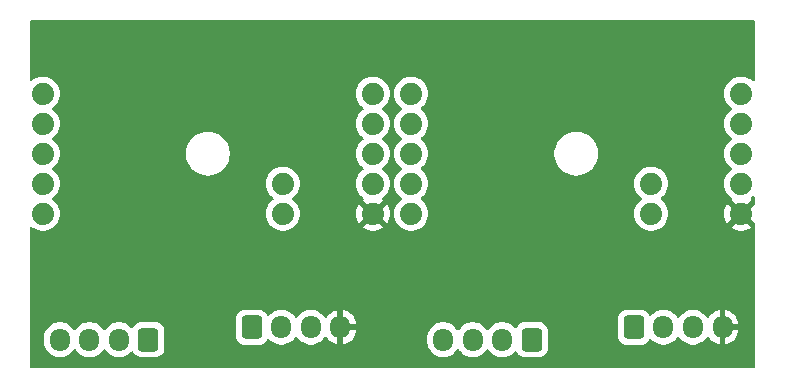
<source format=gbl>
%TF.GenerationSoftware,KiCad,Pcbnew,8.0.1*%
%TF.CreationDate,2024-04-28T18:39:05+02:00*%
%TF.ProjectId,ScaleModule,5363616c-654d-46f6-9475-6c652e6b6963,v0.1*%
%TF.SameCoordinates,Original*%
%TF.FileFunction,Copper,L2,Bot*%
%TF.FilePolarity,Positive*%
%FSLAX46Y46*%
G04 Gerber Fmt 4.6, Leading zero omitted, Abs format (unit mm)*
G04 Created by KiCad (PCBNEW 8.0.1) date 2024-04-28 18:39:05*
%MOMM*%
%LPD*%
G01*
G04 APERTURE LIST*
G04 Aperture macros list*
%AMRoundRect*
0 Rectangle with rounded corners*
0 $1 Rounding radius*
0 $2 $3 $4 $5 $6 $7 $8 $9 X,Y pos of 4 corners*
0 Add a 4 corners polygon primitive as box body*
4,1,4,$2,$3,$4,$5,$6,$7,$8,$9,$2,$3,0*
0 Add four circle primitives for the rounded corners*
1,1,$1+$1,$2,$3*
1,1,$1+$1,$4,$5*
1,1,$1+$1,$6,$7*
1,1,$1+$1,$8,$9*
0 Add four rect primitives between the rounded corners*
20,1,$1+$1,$2,$3,$4,$5,0*
20,1,$1+$1,$4,$5,$6,$7,0*
20,1,$1+$1,$6,$7,$8,$9,0*
20,1,$1+$1,$8,$9,$2,$3,0*%
G04 Aperture macros list end*
%TA.AperFunction,ComponentPad*%
%ADD10RoundRect,0.250000X-0.600000X-0.725000X0.600000X-0.725000X0.600000X0.725000X-0.600000X0.725000X0*%
%TD*%
%TA.AperFunction,ComponentPad*%
%ADD11O,1.700000X1.950000*%
%TD*%
%TA.AperFunction,ComponentPad*%
%ADD12RoundRect,0.250000X0.600000X0.725000X-0.600000X0.725000X-0.600000X-0.725000X0.600000X-0.725000X0*%
%TD*%
%TA.AperFunction,ComponentPad*%
%ADD13C,1.879600*%
%TD*%
G04 APERTURE END LIST*
D10*
%TO.P,J2_2,1,Pin_1*%
%TO.N,+3.3V*%
X160850000Y-115295000D03*
D11*
%TO.P,J2_2,2,Pin_2*%
%TO.N,Net-(J2_2-Pin_2)*%
X163350000Y-115295000D03*
%TO.P,J2_2,3,Pin_3*%
%TO.N,Net-(J2_2-Pin_3)*%
X165850000Y-115295000D03*
%TO.P,J2_2,4,Pin_4*%
%TO.N,GND*%
X168350000Y-115295000D03*
%TD*%
D12*
%TO.P,J2_1,1,Pin_1*%
%TO.N,Net-(J2_1-Pin_1)*%
X152200000Y-116345000D03*
D11*
%TO.P,J2_1,2,Pin_2*%
%TO.N,Net-(J2_1-Pin_2)*%
X149700000Y-116345000D03*
%TO.P,J2_1,3,Pin_3*%
%TO.N,Net-(J2_1-Pin_3)*%
X147200000Y-116345000D03*
%TO.P,J2_1,4,Pin_4*%
%TO.N,Net-(J2_1-Pin_4)*%
X144700000Y-116345000D03*
%TD*%
D10*
%TO.P,J1_2,1,Pin_1*%
%TO.N,+3.3V*%
X128500000Y-115295000D03*
D11*
%TO.P,J1_2,2,Pin_2*%
%TO.N,Net-(J1_2-Pin_2)*%
X131000000Y-115295000D03*
%TO.P,J1_2,3,Pin_3*%
%TO.N,Net-(J1_2-Pin_3)*%
X133500000Y-115295000D03*
%TO.P,J1_2,4,Pin_4*%
%TO.N,GND*%
X136000000Y-115295000D03*
%TD*%
D12*
%TO.P,J1_1,1,Pin_1*%
%TO.N,Net-(J1_1-Pin_1)*%
X119750000Y-116345000D03*
D11*
%TO.P,J1_1,2,Pin_2*%
%TO.N,Net-(J1_1-Pin_2)*%
X117250000Y-116345000D03*
%TO.P,J1_1,3,Pin_3*%
%TO.N,Net-(J1_1-Pin_3)*%
X114750000Y-116345000D03*
%TO.P,J1_1,4,Pin_4*%
%TO.N,Net-(J1_1-Pin_4)*%
X112250000Y-116345000D03*
%TD*%
D13*
%TO.P,U1,1,RED*%
%TO.N,Net-(J1_1-Pin_1)*%
X110810000Y-95520000D03*
%TO.P,U1,2,BLK*%
%TO.N,Net-(J1_1-Pin_2)*%
X110810000Y-98060000D03*
%TO.P,U1,3,WHT*%
%TO.N,Net-(J1_1-Pin_3)*%
X110810000Y-100600000D03*
%TO.P,U1,4,GRN*%
%TO.N,Net-(J1_1-Pin_4)*%
X110810000Y-103140000D03*
%TO.P,U1,5,YLW*%
%TO.N,unconnected-(U1-YLW-Pad5)*%
X110810000Y-105680000D03*
%TO.P,U1,6,GND*%
%TO.N,GND*%
X138750000Y-105680000D03*
%TO.P,U1,7,CLK*%
%TO.N,Net-(J1_2-Pin_3)*%
X138750000Y-103140000D03*
%TO.P,U1,8,DAT*%
%TO.N,Net-(J1_2-Pin_2)*%
X138750000Y-100600000D03*
%TO.P,U1,9,VCC*%
%TO.N,+3.3V*%
X138750000Y-98060000D03*
%TO.P,U1,10,VDD*%
X138750000Y-95520000D03*
%TO.P,U1,11,B+*%
%TO.N,unconnected-(U1-B+-Pad11)*%
X131130000Y-103140000D03*
%TO.P,U1,12,B-*%
%TO.N,unconnected-(U1-B--Pad12)*%
X131130000Y-105680000D03*
%TD*%
%TO.P,U2,1,RED*%
%TO.N,Net-(J2_1-Pin_1)*%
X142000000Y-95520000D03*
%TO.P,U2,2,BLK*%
%TO.N,Net-(J2_1-Pin_2)*%
X142000000Y-98060000D03*
%TO.P,U2,3,WHT*%
%TO.N,Net-(J2_1-Pin_3)*%
X142000000Y-100600000D03*
%TO.P,U2,4,GRN*%
%TO.N,Net-(J2_1-Pin_4)*%
X142000000Y-103140000D03*
%TO.P,U2,5,YLW*%
%TO.N,unconnected-(U2-YLW-Pad5)*%
X142000000Y-105680000D03*
%TO.P,U2,6,GND*%
%TO.N,GND*%
X169940000Y-105680000D03*
%TO.P,U2,7,CLK*%
%TO.N,Net-(J2_2-Pin_3)*%
X169940000Y-103140000D03*
%TO.P,U2,8,DAT*%
%TO.N,Net-(J2_2-Pin_2)*%
X169940000Y-100600000D03*
%TO.P,U2,9,VCC*%
%TO.N,+3.3V*%
X169940000Y-98060000D03*
%TO.P,U2,10,VDD*%
X169940000Y-95520000D03*
%TO.P,U2,11,B+*%
%TO.N,unconnected-(U2-B+-Pad11)*%
X162320000Y-103140000D03*
%TO.P,U2,12,B-*%
%TO.N,unconnected-(U2-B--Pad12)*%
X162320000Y-105680000D03*
%TD*%
%TA.AperFunction,Conductor*%
%TO.N,GND*%
G36*
X171042539Y-89340185D02*
G01*
X171088294Y-89392989D01*
X171099500Y-89444500D01*
X171099500Y-94343678D01*
X171079815Y-94410717D01*
X171027011Y-94456472D01*
X170957853Y-94466416D01*
X170899338Y-94441532D01*
X170730470Y-94310098D01*
X170730469Y-94310097D01*
X170634152Y-94257972D01*
X170520546Y-94196491D01*
X170520541Y-94196489D01*
X170294786Y-94118988D01*
X170137826Y-94092796D01*
X170059347Y-94079700D01*
X169820653Y-94079700D01*
X169761793Y-94089522D01*
X169585213Y-94118988D01*
X169359458Y-94196489D01*
X169359453Y-94196491D01*
X169149529Y-94310098D01*
X168961169Y-94456704D01*
X168799506Y-94632317D01*
X168668951Y-94832147D01*
X168573070Y-95050732D01*
X168514475Y-95282118D01*
X168514473Y-95282130D01*
X168494764Y-95519994D01*
X168494764Y-95520005D01*
X168514473Y-95757869D01*
X168514475Y-95757881D01*
X168573070Y-95989267D01*
X168668951Y-96207852D01*
X168668953Y-96207856D01*
X168799506Y-96407682D01*
X168961168Y-96583295D01*
X168961171Y-96583297D01*
X168961174Y-96583300D01*
X169101020Y-96692147D01*
X169141833Y-96748857D01*
X169145508Y-96818630D01*
X169110876Y-96879313D01*
X169101020Y-96887853D01*
X168961174Y-96996699D01*
X168961171Y-96996702D01*
X168799506Y-97172317D01*
X168668951Y-97372147D01*
X168573070Y-97590732D01*
X168514475Y-97822118D01*
X168514473Y-97822130D01*
X168494764Y-98059994D01*
X168494764Y-98060005D01*
X168514473Y-98297869D01*
X168514475Y-98297881D01*
X168573070Y-98529267D01*
X168668951Y-98747852D01*
X168668953Y-98747856D01*
X168799506Y-98947682D01*
X168961168Y-99123295D01*
X168961171Y-99123297D01*
X168961174Y-99123300D01*
X169101020Y-99232147D01*
X169141833Y-99288857D01*
X169145508Y-99358630D01*
X169110876Y-99419313D01*
X169101020Y-99427853D01*
X168961174Y-99536699D01*
X168961171Y-99536702D01*
X168799506Y-99712317D01*
X168668951Y-99912147D01*
X168573070Y-100130732D01*
X168514475Y-100362118D01*
X168514473Y-100362130D01*
X168494764Y-100599994D01*
X168494764Y-100600005D01*
X168514473Y-100837869D01*
X168514475Y-100837881D01*
X168573070Y-101069267D01*
X168668951Y-101287852D01*
X168668953Y-101287856D01*
X168799506Y-101487682D01*
X168961168Y-101663295D01*
X168961171Y-101663297D01*
X168961174Y-101663300D01*
X169101020Y-101772147D01*
X169141833Y-101828857D01*
X169145508Y-101898630D01*
X169110876Y-101959313D01*
X169101020Y-101967853D01*
X168961174Y-102076699D01*
X168961171Y-102076702D01*
X168799506Y-102252317D01*
X168668951Y-102452147D01*
X168573070Y-102670732D01*
X168514475Y-102902118D01*
X168514473Y-102902130D01*
X168494764Y-103139994D01*
X168494764Y-103140005D01*
X168514473Y-103377869D01*
X168514475Y-103377881D01*
X168573070Y-103609267D01*
X168668951Y-103827852D01*
X168668953Y-103827856D01*
X168799506Y-104027682D01*
X168961168Y-104203295D01*
X169101426Y-104312462D01*
X169142239Y-104369172D01*
X169145914Y-104438945D01*
X169113006Y-104496608D01*
X169112839Y-104499286D01*
X169804058Y-105190504D01*
X169743919Y-105206619D01*
X169628080Y-105273498D01*
X169533498Y-105368080D01*
X169466619Y-105483919D01*
X169450504Y-105544058D01*
X168760056Y-104853610D01*
X168669392Y-104992383D01*
X168669390Y-104992387D01*
X168573545Y-105210895D01*
X168514969Y-105442203D01*
X168514967Y-105442211D01*
X168495265Y-105679993D01*
X168495265Y-105680006D01*
X168514967Y-105917788D01*
X168514969Y-105917796D01*
X168573545Y-106149104D01*
X168669392Y-106367617D01*
X168760055Y-106506388D01*
X169450504Y-105815940D01*
X169466619Y-105876081D01*
X169533498Y-105991920D01*
X169628080Y-106086502D01*
X169743919Y-106153381D01*
X169804057Y-106169495D01*
X169112840Y-106860712D01*
X169112840Y-106860713D01*
X169149802Y-106889482D01*
X169149807Y-106889485D01*
X169359650Y-107003046D01*
X169359660Y-107003051D01*
X169585335Y-107080525D01*
X169820696Y-107119800D01*
X170059304Y-107119800D01*
X170294664Y-107080525D01*
X170520339Y-107003051D01*
X170520349Y-107003046D01*
X170730191Y-106889486D01*
X170730197Y-106889481D01*
X170767158Y-106860713D01*
X170767159Y-106860711D01*
X170075942Y-106169494D01*
X170136081Y-106153381D01*
X170251920Y-106086502D01*
X170346502Y-105991920D01*
X170413381Y-105876081D01*
X170429495Y-105815941D01*
X171063181Y-106449627D01*
X171096666Y-106510950D01*
X171099500Y-106537308D01*
X171099500Y-118595500D01*
X171079815Y-118662539D01*
X171027011Y-118708294D01*
X170975500Y-118719500D01*
X109824500Y-118719500D01*
X109757461Y-118699815D01*
X109711706Y-118647011D01*
X109700500Y-118595500D01*
X109700500Y-116576286D01*
X110899500Y-116576286D01*
X110932753Y-116786239D01*
X110998444Y-116988414D01*
X111094951Y-117177820D01*
X111219890Y-117349786D01*
X111370213Y-117500109D01*
X111542179Y-117625048D01*
X111542181Y-117625049D01*
X111542184Y-117625051D01*
X111731588Y-117721557D01*
X111933757Y-117787246D01*
X112143713Y-117820500D01*
X112143714Y-117820500D01*
X112356286Y-117820500D01*
X112356287Y-117820500D01*
X112566243Y-117787246D01*
X112768412Y-117721557D01*
X112957816Y-117625051D01*
X112979789Y-117609086D01*
X113129786Y-117500109D01*
X113129788Y-117500106D01*
X113129792Y-117500104D01*
X113280104Y-117349792D01*
X113399683Y-117185204D01*
X113455011Y-117142540D01*
X113524624Y-117136561D01*
X113586420Y-117169166D01*
X113600313Y-117185199D01*
X113703925Y-117327809D01*
X113719896Y-117349792D01*
X113870213Y-117500109D01*
X114042179Y-117625048D01*
X114042181Y-117625049D01*
X114042184Y-117625051D01*
X114231588Y-117721557D01*
X114433757Y-117787246D01*
X114643713Y-117820500D01*
X114643714Y-117820500D01*
X114856286Y-117820500D01*
X114856287Y-117820500D01*
X115066243Y-117787246D01*
X115268412Y-117721557D01*
X115457816Y-117625051D01*
X115479789Y-117609086D01*
X115629786Y-117500109D01*
X115629788Y-117500106D01*
X115629792Y-117500104D01*
X115780104Y-117349792D01*
X115899683Y-117185204D01*
X115955011Y-117142540D01*
X116024624Y-117136561D01*
X116086420Y-117169166D01*
X116100313Y-117185199D01*
X116203925Y-117327809D01*
X116219896Y-117349792D01*
X116370213Y-117500109D01*
X116542179Y-117625048D01*
X116542181Y-117625049D01*
X116542184Y-117625051D01*
X116731588Y-117721557D01*
X116933757Y-117787246D01*
X117143713Y-117820500D01*
X117143714Y-117820500D01*
X117356286Y-117820500D01*
X117356287Y-117820500D01*
X117566243Y-117787246D01*
X117768412Y-117721557D01*
X117957816Y-117625051D01*
X118129792Y-117500104D01*
X118268604Y-117361291D01*
X118329923Y-117327809D01*
X118399615Y-117332793D01*
X118455549Y-117374664D01*
X118461821Y-117383878D01*
X118465185Y-117389333D01*
X118465186Y-117389334D01*
X118557288Y-117538656D01*
X118681344Y-117662712D01*
X118830666Y-117754814D01*
X118997203Y-117809999D01*
X119099991Y-117820500D01*
X120400008Y-117820499D01*
X120502797Y-117809999D01*
X120669334Y-117754814D01*
X120818656Y-117662712D01*
X120942712Y-117538656D01*
X121034814Y-117389334D01*
X121089999Y-117222797D01*
X121100500Y-117120009D01*
X121100499Y-116070001D01*
X127149500Y-116070001D01*
X127149501Y-116070018D01*
X127160000Y-116172796D01*
X127160001Y-116172799D01*
X127205894Y-116311294D01*
X127215186Y-116339334D01*
X127307288Y-116488656D01*
X127431344Y-116612712D01*
X127580666Y-116704814D01*
X127747203Y-116759999D01*
X127849991Y-116770500D01*
X129150008Y-116770499D01*
X129252797Y-116759999D01*
X129419334Y-116704814D01*
X129568656Y-116612712D01*
X129692712Y-116488656D01*
X129784814Y-116339334D01*
X129784814Y-116339331D01*
X129788178Y-116333879D01*
X129840126Y-116287154D01*
X129909088Y-116275931D01*
X129973170Y-116303774D01*
X129981398Y-116311294D01*
X130120213Y-116450109D01*
X130292179Y-116575048D01*
X130292181Y-116575049D01*
X130292184Y-116575051D01*
X130481588Y-116671557D01*
X130683757Y-116737246D01*
X130893713Y-116770500D01*
X130893714Y-116770500D01*
X131106286Y-116770500D01*
X131106287Y-116770500D01*
X131316243Y-116737246D01*
X131518412Y-116671557D01*
X131707816Y-116575051D01*
X131729789Y-116559086D01*
X131879786Y-116450109D01*
X131879788Y-116450106D01*
X131879792Y-116450104D01*
X132030104Y-116299792D01*
X132149683Y-116135204D01*
X132205011Y-116092540D01*
X132274624Y-116086561D01*
X132336420Y-116119166D01*
X132350313Y-116135199D01*
X132452560Y-116275931D01*
X132469896Y-116299792D01*
X132620213Y-116450109D01*
X132792179Y-116575048D01*
X132792181Y-116575049D01*
X132792184Y-116575051D01*
X132981588Y-116671557D01*
X133183757Y-116737246D01*
X133393713Y-116770500D01*
X133393714Y-116770500D01*
X133606286Y-116770500D01*
X133606287Y-116770500D01*
X133816243Y-116737246D01*
X134018412Y-116671557D01*
X134207816Y-116575051D01*
X134229789Y-116559086D01*
X134379786Y-116450109D01*
X134379788Y-116450106D01*
X134379792Y-116450104D01*
X134530104Y-116299792D01*
X134649991Y-116134779D01*
X134705320Y-116092115D01*
X134774933Y-116086136D01*
X134836729Y-116118741D01*
X134850627Y-116134781D01*
X134970272Y-116299459D01*
X134970276Y-116299464D01*
X135120535Y-116449723D01*
X135120540Y-116449727D01*
X135292442Y-116574620D01*
X135481782Y-116671095D01*
X135683871Y-116736757D01*
X135750000Y-116747231D01*
X135750000Y-115699145D01*
X135816657Y-115737630D01*
X135937465Y-115770000D01*
X136062535Y-115770000D01*
X136183343Y-115737630D01*
X136250000Y-115699145D01*
X136250000Y-116747230D01*
X136316126Y-116736757D01*
X136316129Y-116736757D01*
X136518217Y-116671095D01*
X136704287Y-116576286D01*
X143349500Y-116576286D01*
X143382753Y-116786239D01*
X143448444Y-116988414D01*
X143544951Y-117177820D01*
X143669890Y-117349786D01*
X143820213Y-117500109D01*
X143992179Y-117625048D01*
X143992181Y-117625049D01*
X143992184Y-117625051D01*
X144181588Y-117721557D01*
X144383757Y-117787246D01*
X144593713Y-117820500D01*
X144593714Y-117820500D01*
X144806286Y-117820500D01*
X144806287Y-117820500D01*
X145016243Y-117787246D01*
X145218412Y-117721557D01*
X145407816Y-117625051D01*
X145429789Y-117609086D01*
X145579786Y-117500109D01*
X145579788Y-117500106D01*
X145579792Y-117500104D01*
X145730104Y-117349792D01*
X145849683Y-117185204D01*
X145905011Y-117142540D01*
X145974624Y-117136561D01*
X146036420Y-117169166D01*
X146050313Y-117185199D01*
X146153925Y-117327809D01*
X146169896Y-117349792D01*
X146320213Y-117500109D01*
X146492179Y-117625048D01*
X146492181Y-117625049D01*
X146492184Y-117625051D01*
X146681588Y-117721557D01*
X146883757Y-117787246D01*
X147093713Y-117820500D01*
X147093714Y-117820500D01*
X147306286Y-117820500D01*
X147306287Y-117820500D01*
X147516243Y-117787246D01*
X147718412Y-117721557D01*
X147907816Y-117625051D01*
X147929789Y-117609086D01*
X148079786Y-117500109D01*
X148079788Y-117500106D01*
X148079792Y-117500104D01*
X148230104Y-117349792D01*
X148349683Y-117185204D01*
X148405011Y-117142540D01*
X148474624Y-117136561D01*
X148536420Y-117169166D01*
X148550313Y-117185199D01*
X148653925Y-117327809D01*
X148669896Y-117349792D01*
X148820213Y-117500109D01*
X148992179Y-117625048D01*
X148992181Y-117625049D01*
X148992184Y-117625051D01*
X149181588Y-117721557D01*
X149383757Y-117787246D01*
X149593713Y-117820500D01*
X149593714Y-117820500D01*
X149806286Y-117820500D01*
X149806287Y-117820500D01*
X150016243Y-117787246D01*
X150218412Y-117721557D01*
X150407816Y-117625051D01*
X150579792Y-117500104D01*
X150718604Y-117361291D01*
X150779923Y-117327809D01*
X150849615Y-117332793D01*
X150905549Y-117374664D01*
X150911821Y-117383878D01*
X150915185Y-117389333D01*
X150915186Y-117389334D01*
X151007288Y-117538656D01*
X151131344Y-117662712D01*
X151280666Y-117754814D01*
X151447203Y-117809999D01*
X151549991Y-117820500D01*
X152850008Y-117820499D01*
X152952797Y-117809999D01*
X153119334Y-117754814D01*
X153268656Y-117662712D01*
X153392712Y-117538656D01*
X153484814Y-117389334D01*
X153539999Y-117222797D01*
X153550500Y-117120009D01*
X153550499Y-116070001D01*
X159499500Y-116070001D01*
X159499501Y-116070018D01*
X159510000Y-116172796D01*
X159510001Y-116172799D01*
X159555894Y-116311294D01*
X159565186Y-116339334D01*
X159657288Y-116488656D01*
X159781344Y-116612712D01*
X159930666Y-116704814D01*
X160097203Y-116759999D01*
X160199991Y-116770500D01*
X161500008Y-116770499D01*
X161602797Y-116759999D01*
X161769334Y-116704814D01*
X161918656Y-116612712D01*
X162042712Y-116488656D01*
X162134814Y-116339334D01*
X162134814Y-116339331D01*
X162138178Y-116333879D01*
X162190126Y-116287154D01*
X162259088Y-116275931D01*
X162323170Y-116303774D01*
X162331398Y-116311294D01*
X162470213Y-116450109D01*
X162642179Y-116575048D01*
X162642181Y-116575049D01*
X162642184Y-116575051D01*
X162831588Y-116671557D01*
X163033757Y-116737246D01*
X163243713Y-116770500D01*
X163243714Y-116770500D01*
X163456286Y-116770500D01*
X163456287Y-116770500D01*
X163666243Y-116737246D01*
X163868412Y-116671557D01*
X164057816Y-116575051D01*
X164079789Y-116559086D01*
X164229786Y-116450109D01*
X164229788Y-116450106D01*
X164229792Y-116450104D01*
X164380104Y-116299792D01*
X164499683Y-116135204D01*
X164555011Y-116092540D01*
X164624624Y-116086561D01*
X164686420Y-116119166D01*
X164700313Y-116135199D01*
X164802560Y-116275931D01*
X164819896Y-116299792D01*
X164970213Y-116450109D01*
X165142179Y-116575048D01*
X165142181Y-116575049D01*
X165142184Y-116575051D01*
X165331588Y-116671557D01*
X165533757Y-116737246D01*
X165743713Y-116770500D01*
X165743714Y-116770500D01*
X165956286Y-116770500D01*
X165956287Y-116770500D01*
X166166243Y-116737246D01*
X166368412Y-116671557D01*
X166557816Y-116575051D01*
X166579789Y-116559086D01*
X166729786Y-116450109D01*
X166729788Y-116450106D01*
X166729792Y-116450104D01*
X166880104Y-116299792D01*
X166999991Y-116134779D01*
X167055320Y-116092115D01*
X167124933Y-116086136D01*
X167186729Y-116118741D01*
X167200627Y-116134781D01*
X167320272Y-116299459D01*
X167320276Y-116299464D01*
X167470535Y-116449723D01*
X167470540Y-116449727D01*
X167642442Y-116574620D01*
X167831782Y-116671095D01*
X168033871Y-116736757D01*
X168100000Y-116747231D01*
X168100000Y-115699145D01*
X168166657Y-115737630D01*
X168287465Y-115770000D01*
X168412535Y-115770000D01*
X168533343Y-115737630D01*
X168600000Y-115699145D01*
X168600000Y-116747230D01*
X168666126Y-116736757D01*
X168666129Y-116736757D01*
X168868217Y-116671095D01*
X169057557Y-116574620D01*
X169229459Y-116449727D01*
X169229464Y-116449723D01*
X169379723Y-116299464D01*
X169379727Y-116299459D01*
X169504620Y-116127557D01*
X169601095Y-115938217D01*
X169666757Y-115736130D01*
X169666757Y-115736127D01*
X169697030Y-115545000D01*
X168754146Y-115545000D01*
X168792630Y-115478343D01*
X168825000Y-115357535D01*
X168825000Y-115232465D01*
X168792630Y-115111657D01*
X168754146Y-115045000D01*
X169697030Y-115045000D01*
X169666757Y-114853872D01*
X169666757Y-114853869D01*
X169601095Y-114651782D01*
X169504620Y-114462442D01*
X169379727Y-114290540D01*
X169379723Y-114290535D01*
X169229464Y-114140276D01*
X169229459Y-114140272D01*
X169057557Y-114015379D01*
X168868215Y-113918903D01*
X168666124Y-113853241D01*
X168600000Y-113842768D01*
X168600000Y-114890854D01*
X168533343Y-114852370D01*
X168412535Y-114820000D01*
X168287465Y-114820000D01*
X168166657Y-114852370D01*
X168100000Y-114890854D01*
X168100000Y-113842768D01*
X168099999Y-113842768D01*
X168033875Y-113853241D01*
X167831784Y-113918903D01*
X167642442Y-114015379D01*
X167470540Y-114140272D01*
X167470535Y-114140276D01*
X167320276Y-114290535D01*
X167320272Y-114290540D01*
X167200627Y-114455218D01*
X167145297Y-114497884D01*
X167075684Y-114503863D01*
X167013889Y-114471257D01*
X166999991Y-114455218D01*
X166880109Y-114290214D01*
X166880105Y-114290209D01*
X166729786Y-114139890D01*
X166557820Y-114014951D01*
X166368414Y-113918444D01*
X166368413Y-113918443D01*
X166368412Y-113918443D01*
X166166243Y-113852754D01*
X166166241Y-113852753D01*
X166166240Y-113852753D01*
X166004957Y-113827208D01*
X165956287Y-113819500D01*
X165743713Y-113819500D01*
X165695042Y-113827208D01*
X165533760Y-113852753D01*
X165331585Y-113918444D01*
X165142179Y-114014951D01*
X164970213Y-114139890D01*
X164819894Y-114290209D01*
X164819890Y-114290214D01*
X164700318Y-114454793D01*
X164644989Y-114497459D01*
X164575375Y-114503438D01*
X164513580Y-114470833D01*
X164499682Y-114454793D01*
X164380109Y-114290214D01*
X164380105Y-114290209D01*
X164229786Y-114139890D01*
X164057820Y-114014951D01*
X163868414Y-113918444D01*
X163868413Y-113918443D01*
X163868412Y-113918443D01*
X163666243Y-113852754D01*
X163666241Y-113852753D01*
X163666240Y-113852753D01*
X163504957Y-113827208D01*
X163456287Y-113819500D01*
X163243713Y-113819500D01*
X163195042Y-113827208D01*
X163033760Y-113852753D01*
X162831585Y-113918444D01*
X162642179Y-114014951D01*
X162470215Y-114139889D01*
X162331398Y-114278706D01*
X162270075Y-114312190D01*
X162200383Y-114307206D01*
X162144450Y-114265334D01*
X162138178Y-114256120D01*
X162042712Y-114101344D01*
X161918657Y-113977289D01*
X161918656Y-113977288D01*
X161769334Y-113885186D01*
X161602797Y-113830001D01*
X161602795Y-113830000D01*
X161500010Y-113819500D01*
X160199998Y-113819500D01*
X160199981Y-113819501D01*
X160097203Y-113830000D01*
X160097200Y-113830001D01*
X159930668Y-113885185D01*
X159930663Y-113885187D01*
X159781342Y-113977289D01*
X159657289Y-114101342D01*
X159565187Y-114250663D01*
X159565185Y-114250668D01*
X159560325Y-114265334D01*
X159510001Y-114417203D01*
X159510001Y-114417204D01*
X159510000Y-114417204D01*
X159499500Y-114519983D01*
X159499500Y-116070001D01*
X153550499Y-116070001D01*
X153550499Y-115569992D01*
X153546034Y-115526287D01*
X153539999Y-115467203D01*
X153539998Y-115467200D01*
X153505823Y-115364068D01*
X153484814Y-115300666D01*
X153392712Y-115151344D01*
X153268656Y-115027288D01*
X153119334Y-114935186D01*
X152952797Y-114880001D01*
X152952795Y-114880000D01*
X152850010Y-114869500D01*
X151549998Y-114869500D01*
X151549981Y-114869501D01*
X151447203Y-114880000D01*
X151447200Y-114880001D01*
X151280668Y-114935185D01*
X151280663Y-114935187D01*
X151131342Y-115027289D01*
X151007289Y-115151342D01*
X150911821Y-115306121D01*
X150859873Y-115352845D01*
X150790910Y-115364068D01*
X150726828Y-115336224D01*
X150718601Y-115328705D01*
X150579786Y-115189890D01*
X150407820Y-115064951D01*
X150218414Y-114968444D01*
X150218413Y-114968443D01*
X150218412Y-114968443D01*
X150016243Y-114902754D01*
X150016241Y-114902753D01*
X150016240Y-114902753D01*
X149854957Y-114877208D01*
X149806287Y-114869500D01*
X149593713Y-114869500D01*
X149545042Y-114877208D01*
X149383760Y-114902753D01*
X149181585Y-114968444D01*
X148992179Y-115064951D01*
X148820213Y-115189890D01*
X148669894Y-115340209D01*
X148669890Y-115340214D01*
X148550318Y-115504793D01*
X148494989Y-115547459D01*
X148425375Y-115553438D01*
X148363580Y-115520833D01*
X148349682Y-115504793D01*
X148230109Y-115340214D01*
X148230105Y-115340209D01*
X148079786Y-115189890D01*
X147907820Y-115064951D01*
X147718414Y-114968444D01*
X147718413Y-114968443D01*
X147718412Y-114968443D01*
X147516243Y-114902754D01*
X147516241Y-114902753D01*
X147516240Y-114902753D01*
X147354957Y-114877208D01*
X147306287Y-114869500D01*
X147093713Y-114869500D01*
X147045042Y-114877208D01*
X146883760Y-114902753D01*
X146681585Y-114968444D01*
X146492179Y-115064951D01*
X146320213Y-115189890D01*
X146169894Y-115340209D01*
X146169890Y-115340214D01*
X146050318Y-115504793D01*
X145994989Y-115547459D01*
X145925375Y-115553438D01*
X145863580Y-115520833D01*
X145849682Y-115504793D01*
X145730109Y-115340214D01*
X145730105Y-115340209D01*
X145579786Y-115189890D01*
X145407820Y-115064951D01*
X145218414Y-114968444D01*
X145218413Y-114968443D01*
X145218412Y-114968443D01*
X145016243Y-114902754D01*
X145016241Y-114902753D01*
X145016240Y-114902753D01*
X144854957Y-114877208D01*
X144806287Y-114869500D01*
X144593713Y-114869500D01*
X144545042Y-114877208D01*
X144383760Y-114902753D01*
X144181585Y-114968444D01*
X143992179Y-115064951D01*
X143820213Y-115189890D01*
X143669890Y-115340213D01*
X143544951Y-115512179D01*
X143448444Y-115701585D01*
X143382753Y-115903760D01*
X143349500Y-116113713D01*
X143349500Y-116576286D01*
X136704287Y-116576286D01*
X136707557Y-116574620D01*
X136879459Y-116449727D01*
X136879464Y-116449723D01*
X137029723Y-116299464D01*
X137029727Y-116299459D01*
X137154620Y-116127557D01*
X137251095Y-115938217D01*
X137316757Y-115736130D01*
X137316757Y-115736127D01*
X137347030Y-115545000D01*
X136404146Y-115545000D01*
X136442630Y-115478343D01*
X136475000Y-115357535D01*
X136475000Y-115232465D01*
X136442630Y-115111657D01*
X136404146Y-115045000D01*
X137347030Y-115045000D01*
X137316757Y-114853872D01*
X137316757Y-114853869D01*
X137251095Y-114651782D01*
X137154620Y-114462442D01*
X137029727Y-114290540D01*
X137029723Y-114290535D01*
X136879464Y-114140276D01*
X136879459Y-114140272D01*
X136707557Y-114015379D01*
X136518215Y-113918903D01*
X136316124Y-113853241D01*
X136250000Y-113842768D01*
X136250000Y-114890854D01*
X136183343Y-114852370D01*
X136062535Y-114820000D01*
X135937465Y-114820000D01*
X135816657Y-114852370D01*
X135750000Y-114890854D01*
X135750000Y-113842768D01*
X135749999Y-113842768D01*
X135683875Y-113853241D01*
X135481784Y-113918903D01*
X135292442Y-114015379D01*
X135120540Y-114140272D01*
X135120535Y-114140276D01*
X134970276Y-114290535D01*
X134970272Y-114290540D01*
X134850627Y-114455218D01*
X134795297Y-114497884D01*
X134725684Y-114503863D01*
X134663889Y-114471257D01*
X134649991Y-114455218D01*
X134530109Y-114290214D01*
X134530105Y-114290209D01*
X134379786Y-114139890D01*
X134207820Y-114014951D01*
X134018414Y-113918444D01*
X134018413Y-113918443D01*
X134018412Y-113918443D01*
X133816243Y-113852754D01*
X133816241Y-113852753D01*
X133816240Y-113852753D01*
X133654957Y-113827208D01*
X133606287Y-113819500D01*
X133393713Y-113819500D01*
X133345042Y-113827208D01*
X133183760Y-113852753D01*
X132981585Y-113918444D01*
X132792179Y-114014951D01*
X132620213Y-114139890D01*
X132469894Y-114290209D01*
X132469890Y-114290214D01*
X132350318Y-114454793D01*
X132294989Y-114497459D01*
X132225375Y-114503438D01*
X132163580Y-114470833D01*
X132149682Y-114454793D01*
X132030109Y-114290214D01*
X132030105Y-114290209D01*
X131879786Y-114139890D01*
X131707820Y-114014951D01*
X131518414Y-113918444D01*
X131518413Y-113918443D01*
X131518412Y-113918443D01*
X131316243Y-113852754D01*
X131316241Y-113852753D01*
X131316240Y-113852753D01*
X131154957Y-113827208D01*
X131106287Y-113819500D01*
X130893713Y-113819500D01*
X130845042Y-113827208D01*
X130683760Y-113852753D01*
X130481585Y-113918444D01*
X130292179Y-114014951D01*
X130120215Y-114139889D01*
X129981398Y-114278706D01*
X129920075Y-114312190D01*
X129850383Y-114307206D01*
X129794450Y-114265334D01*
X129788178Y-114256120D01*
X129692712Y-114101344D01*
X129568657Y-113977289D01*
X129568656Y-113977288D01*
X129419334Y-113885186D01*
X129252797Y-113830001D01*
X129252795Y-113830000D01*
X129150010Y-113819500D01*
X127849998Y-113819500D01*
X127849981Y-113819501D01*
X127747203Y-113830000D01*
X127747200Y-113830001D01*
X127580668Y-113885185D01*
X127580663Y-113885187D01*
X127431342Y-113977289D01*
X127307289Y-114101342D01*
X127215187Y-114250663D01*
X127215185Y-114250668D01*
X127210325Y-114265334D01*
X127160001Y-114417203D01*
X127160001Y-114417204D01*
X127160000Y-114417204D01*
X127149500Y-114519983D01*
X127149500Y-116070001D01*
X121100499Y-116070001D01*
X121100499Y-115569992D01*
X121096034Y-115526287D01*
X121089999Y-115467203D01*
X121089998Y-115467200D01*
X121055823Y-115364068D01*
X121034814Y-115300666D01*
X120942712Y-115151344D01*
X120818656Y-115027288D01*
X120669334Y-114935186D01*
X120502797Y-114880001D01*
X120502795Y-114880000D01*
X120400010Y-114869500D01*
X119099998Y-114869500D01*
X119099981Y-114869501D01*
X118997203Y-114880000D01*
X118997200Y-114880001D01*
X118830668Y-114935185D01*
X118830663Y-114935187D01*
X118681342Y-115027289D01*
X118557289Y-115151342D01*
X118461821Y-115306121D01*
X118409873Y-115352845D01*
X118340910Y-115364068D01*
X118276828Y-115336224D01*
X118268601Y-115328705D01*
X118129786Y-115189890D01*
X117957820Y-115064951D01*
X117768414Y-114968444D01*
X117768413Y-114968443D01*
X117768412Y-114968443D01*
X117566243Y-114902754D01*
X117566241Y-114902753D01*
X117566240Y-114902753D01*
X117404957Y-114877208D01*
X117356287Y-114869500D01*
X117143713Y-114869500D01*
X117095042Y-114877208D01*
X116933760Y-114902753D01*
X116731585Y-114968444D01*
X116542179Y-115064951D01*
X116370213Y-115189890D01*
X116219894Y-115340209D01*
X116219890Y-115340214D01*
X116100318Y-115504793D01*
X116044989Y-115547459D01*
X115975375Y-115553438D01*
X115913580Y-115520833D01*
X115899682Y-115504793D01*
X115780109Y-115340214D01*
X115780105Y-115340209D01*
X115629786Y-115189890D01*
X115457820Y-115064951D01*
X115268414Y-114968444D01*
X115268413Y-114968443D01*
X115268412Y-114968443D01*
X115066243Y-114902754D01*
X115066241Y-114902753D01*
X115066240Y-114902753D01*
X114904957Y-114877208D01*
X114856287Y-114869500D01*
X114643713Y-114869500D01*
X114595042Y-114877208D01*
X114433760Y-114902753D01*
X114231585Y-114968444D01*
X114042179Y-115064951D01*
X113870213Y-115189890D01*
X113719894Y-115340209D01*
X113719890Y-115340214D01*
X113600318Y-115504793D01*
X113544989Y-115547459D01*
X113475375Y-115553438D01*
X113413580Y-115520833D01*
X113399682Y-115504793D01*
X113280109Y-115340214D01*
X113280105Y-115340209D01*
X113129786Y-115189890D01*
X112957820Y-115064951D01*
X112768414Y-114968444D01*
X112768413Y-114968443D01*
X112768412Y-114968443D01*
X112566243Y-114902754D01*
X112566241Y-114902753D01*
X112566240Y-114902753D01*
X112404957Y-114877208D01*
X112356287Y-114869500D01*
X112143713Y-114869500D01*
X112095042Y-114877208D01*
X111933760Y-114902753D01*
X111731585Y-114968444D01*
X111542179Y-115064951D01*
X111370213Y-115189890D01*
X111219890Y-115340213D01*
X111094951Y-115512179D01*
X110998444Y-115701585D01*
X110932753Y-115903760D01*
X110899500Y-116113713D01*
X110899500Y-116576286D01*
X109700500Y-116576286D01*
X109700500Y-106895237D01*
X109720185Y-106828198D01*
X109772989Y-106782443D01*
X109842147Y-106772499D01*
X109900660Y-106797382D01*
X109985397Y-106863336D01*
X110018988Y-106889481D01*
X110019531Y-106889903D01*
X110229455Y-107003509D01*
X110455216Y-107081012D01*
X110690653Y-107120300D01*
X110690654Y-107120300D01*
X110929346Y-107120300D01*
X110929347Y-107120300D01*
X111164784Y-107081012D01*
X111390545Y-107003509D01*
X111600469Y-106889903D01*
X111788832Y-106743295D01*
X111950494Y-106567682D01*
X112081047Y-106367856D01*
X112176929Y-106149267D01*
X112235525Y-105917878D01*
X112235532Y-105917796D01*
X112255236Y-105680005D01*
X129684764Y-105680005D01*
X129704473Y-105917869D01*
X129704475Y-105917881D01*
X129763070Y-106149267D01*
X129858847Y-106367614D01*
X129858953Y-106367856D01*
X129989506Y-106567682D01*
X130151168Y-106743295D01*
X130339531Y-106889903D01*
X130549455Y-107003509D01*
X130775216Y-107081012D01*
X131010653Y-107120300D01*
X131010654Y-107120300D01*
X131249346Y-107120300D01*
X131249347Y-107120300D01*
X131484784Y-107081012D01*
X131710545Y-107003509D01*
X131920469Y-106889903D01*
X132108832Y-106743295D01*
X132270494Y-106567682D01*
X132401047Y-106367856D01*
X132496929Y-106149267D01*
X132555525Y-105917878D01*
X132555532Y-105917796D01*
X132575236Y-105680005D01*
X132575236Y-105679994D01*
X132555526Y-105442130D01*
X132555524Y-105442118D01*
X132496929Y-105210732D01*
X132441191Y-105083664D01*
X132401047Y-104992144D01*
X132270494Y-104792318D01*
X132108832Y-104616705D01*
X131968978Y-104507853D01*
X131928166Y-104451143D01*
X131924491Y-104381370D01*
X131959122Y-104320687D01*
X131968979Y-104312146D01*
X132108832Y-104203295D01*
X132270494Y-104027682D01*
X132401047Y-103827856D01*
X132496929Y-103609267D01*
X132555525Y-103377878D01*
X132575236Y-103140005D01*
X137304764Y-103140005D01*
X137324473Y-103377869D01*
X137324475Y-103377881D01*
X137383070Y-103609267D01*
X137478951Y-103827852D01*
X137478953Y-103827856D01*
X137609506Y-104027682D01*
X137771168Y-104203295D01*
X137911426Y-104312462D01*
X137952239Y-104369172D01*
X137955914Y-104438945D01*
X137923006Y-104496608D01*
X137922839Y-104499286D01*
X138614058Y-105190504D01*
X138553919Y-105206619D01*
X138438080Y-105273498D01*
X138343498Y-105368080D01*
X138276619Y-105483919D01*
X138260504Y-105544058D01*
X137570056Y-104853610D01*
X137479392Y-104992383D01*
X137479390Y-104992387D01*
X137383545Y-105210895D01*
X137324969Y-105442203D01*
X137324967Y-105442211D01*
X137305265Y-105679993D01*
X137305265Y-105680006D01*
X137324967Y-105917788D01*
X137324969Y-105917796D01*
X137383545Y-106149104D01*
X137479392Y-106367617D01*
X137570055Y-106506388D01*
X138260504Y-105815940D01*
X138276619Y-105876081D01*
X138343498Y-105991920D01*
X138438080Y-106086502D01*
X138553919Y-106153381D01*
X138614057Y-106169495D01*
X137922840Y-106860712D01*
X137922840Y-106860713D01*
X137959802Y-106889482D01*
X137959807Y-106889485D01*
X138169650Y-107003046D01*
X138169660Y-107003051D01*
X138395335Y-107080525D01*
X138630696Y-107119800D01*
X138869304Y-107119800D01*
X139104664Y-107080525D01*
X139330339Y-107003051D01*
X139330349Y-107003046D01*
X139540191Y-106889486D01*
X139540197Y-106889481D01*
X139577158Y-106860713D01*
X139577159Y-106860711D01*
X138885942Y-106169494D01*
X138946081Y-106153381D01*
X139061920Y-106086502D01*
X139156502Y-105991920D01*
X139223381Y-105876081D01*
X139239495Y-105815942D01*
X139929942Y-106506389D01*
X140020608Y-106367614D01*
X140116454Y-106149104D01*
X140175030Y-105917796D01*
X140175032Y-105917788D01*
X140194735Y-105680006D01*
X140194735Y-105680005D01*
X140554764Y-105680005D01*
X140574473Y-105917869D01*
X140574475Y-105917881D01*
X140633070Y-106149267D01*
X140728847Y-106367614D01*
X140728953Y-106367856D01*
X140859506Y-106567682D01*
X141021168Y-106743295D01*
X141209531Y-106889903D01*
X141419455Y-107003509D01*
X141645216Y-107081012D01*
X141880653Y-107120300D01*
X141880654Y-107120300D01*
X142119346Y-107120300D01*
X142119347Y-107120300D01*
X142354784Y-107081012D01*
X142580545Y-107003509D01*
X142790469Y-106889903D01*
X142978832Y-106743295D01*
X143140494Y-106567682D01*
X143271047Y-106367856D01*
X143366929Y-106149267D01*
X143425525Y-105917878D01*
X143425532Y-105917796D01*
X143445236Y-105680005D01*
X160874764Y-105680005D01*
X160894473Y-105917869D01*
X160894475Y-105917881D01*
X160953070Y-106149267D01*
X161048847Y-106367614D01*
X161048953Y-106367856D01*
X161179506Y-106567682D01*
X161341168Y-106743295D01*
X161529531Y-106889903D01*
X161739455Y-107003509D01*
X161965216Y-107081012D01*
X162200653Y-107120300D01*
X162200654Y-107120300D01*
X162439346Y-107120300D01*
X162439347Y-107120300D01*
X162674784Y-107081012D01*
X162900545Y-107003509D01*
X163110469Y-106889903D01*
X163298832Y-106743295D01*
X163460494Y-106567682D01*
X163591047Y-106367856D01*
X163686929Y-106149267D01*
X163745525Y-105917878D01*
X163745532Y-105917796D01*
X163765236Y-105680005D01*
X163765236Y-105679994D01*
X163745526Y-105442130D01*
X163745524Y-105442118D01*
X163686929Y-105210732D01*
X163631191Y-105083664D01*
X163591047Y-104992144D01*
X163460494Y-104792318D01*
X163298832Y-104616705D01*
X163158978Y-104507853D01*
X163118166Y-104451143D01*
X163114491Y-104381370D01*
X163149122Y-104320687D01*
X163158979Y-104312146D01*
X163298832Y-104203295D01*
X163460494Y-104027682D01*
X163591047Y-103827856D01*
X163686929Y-103609267D01*
X163745525Y-103377878D01*
X163765236Y-103140000D01*
X163745525Y-102902122D01*
X163686929Y-102670733D01*
X163591047Y-102452144D01*
X163460494Y-102252318D01*
X163298832Y-102076705D01*
X163110469Y-101930097D01*
X162999420Y-101870000D01*
X162900546Y-101816491D01*
X162900541Y-101816489D01*
X162674786Y-101738988D01*
X162517826Y-101712796D01*
X162439347Y-101699700D01*
X162200653Y-101699700D01*
X162141793Y-101709522D01*
X161965213Y-101738988D01*
X161739458Y-101816489D01*
X161739453Y-101816491D01*
X161529529Y-101930098D01*
X161341169Y-102076704D01*
X161179506Y-102252317D01*
X161048951Y-102452147D01*
X160953070Y-102670732D01*
X160894475Y-102902118D01*
X160894473Y-102902130D01*
X160874764Y-103139994D01*
X160874764Y-103140005D01*
X160894473Y-103377869D01*
X160894475Y-103377881D01*
X160953070Y-103609267D01*
X161048951Y-103827852D01*
X161048953Y-103827856D01*
X161179506Y-104027682D01*
X161341168Y-104203295D01*
X161341171Y-104203297D01*
X161341174Y-104203300D01*
X161481020Y-104312147D01*
X161521833Y-104368857D01*
X161525508Y-104438630D01*
X161490876Y-104499313D01*
X161481020Y-104507853D01*
X161341174Y-104616699D01*
X161341171Y-104616702D01*
X161179506Y-104792317D01*
X161048951Y-104992147D01*
X160953070Y-105210732D01*
X160894475Y-105442118D01*
X160894473Y-105442130D01*
X160874764Y-105679994D01*
X160874764Y-105680005D01*
X143445236Y-105680005D01*
X143445236Y-105679994D01*
X143425526Y-105442130D01*
X143425524Y-105442118D01*
X143366929Y-105210732D01*
X143311191Y-105083664D01*
X143271047Y-104992144D01*
X143140494Y-104792318D01*
X142978832Y-104616705D01*
X142838978Y-104507853D01*
X142798166Y-104451143D01*
X142794491Y-104381370D01*
X142829122Y-104320687D01*
X142838979Y-104312146D01*
X142978832Y-104203295D01*
X143140494Y-104027682D01*
X143271047Y-103827856D01*
X143366929Y-103609267D01*
X143425525Y-103377878D01*
X143445236Y-103140000D01*
X143425525Y-102902122D01*
X143366929Y-102670733D01*
X143271047Y-102452144D01*
X143140494Y-102252318D01*
X142978832Y-102076705D01*
X142838978Y-101967853D01*
X142798166Y-101911143D01*
X142794491Y-101841370D01*
X142829122Y-101780687D01*
X142838979Y-101772146D01*
X142978832Y-101663295D01*
X143140494Y-101487682D01*
X143271047Y-101287856D01*
X143366929Y-101069267D01*
X143425525Y-100837878D01*
X143435186Y-100721288D01*
X154119500Y-100721288D01*
X154151161Y-100961785D01*
X154213947Y-101196104D01*
X154251952Y-101287856D01*
X154306776Y-101420212D01*
X154428064Y-101630289D01*
X154428066Y-101630292D01*
X154428067Y-101630293D01*
X154575733Y-101822736D01*
X154575739Y-101822743D01*
X154747256Y-101994260D01*
X154747262Y-101994265D01*
X154939711Y-102141936D01*
X155149788Y-102263224D01*
X155373900Y-102356054D01*
X155608211Y-102418838D01*
X155788586Y-102442584D01*
X155848711Y-102450500D01*
X155848712Y-102450500D01*
X156091289Y-102450500D01*
X156139388Y-102444167D01*
X156331789Y-102418838D01*
X156566100Y-102356054D01*
X156790212Y-102263224D01*
X157000289Y-102141936D01*
X157192738Y-101994265D01*
X157364265Y-101822738D01*
X157511936Y-101630289D01*
X157633224Y-101420212D01*
X157726054Y-101196100D01*
X157788838Y-100961789D01*
X157820500Y-100721288D01*
X157820500Y-100478712D01*
X157788838Y-100238211D01*
X157726054Y-100003900D01*
X157633224Y-99779788D01*
X157511936Y-99569711D01*
X157364265Y-99377262D01*
X157364260Y-99377256D01*
X157192743Y-99205739D01*
X157192736Y-99205733D01*
X157000293Y-99058067D01*
X157000292Y-99058066D01*
X157000289Y-99058064D01*
X156790212Y-98936776D01*
X156790205Y-98936773D01*
X156566104Y-98843947D01*
X156331785Y-98781161D01*
X156091289Y-98749500D01*
X156091288Y-98749500D01*
X155848712Y-98749500D01*
X155848711Y-98749500D01*
X155608214Y-98781161D01*
X155373895Y-98843947D01*
X155149794Y-98936773D01*
X155149785Y-98936777D01*
X154939706Y-99058067D01*
X154747263Y-99205733D01*
X154747256Y-99205739D01*
X154575739Y-99377256D01*
X154575733Y-99377263D01*
X154428067Y-99569706D01*
X154306777Y-99779785D01*
X154306773Y-99779794D01*
X154213947Y-100003895D01*
X154151161Y-100238214D01*
X154119500Y-100478711D01*
X154119500Y-100721288D01*
X143435186Y-100721288D01*
X143445236Y-100600000D01*
X143425525Y-100362122D01*
X143366929Y-100130733D01*
X143271047Y-99912144D01*
X143140494Y-99712318D01*
X142978832Y-99536705D01*
X142838978Y-99427853D01*
X142798166Y-99371143D01*
X142794491Y-99301370D01*
X142829122Y-99240687D01*
X142838979Y-99232146D01*
X142872907Y-99205739D01*
X142978832Y-99123295D01*
X143140494Y-98947682D01*
X143271047Y-98747856D01*
X143366929Y-98529267D01*
X143425525Y-98297878D01*
X143445236Y-98060000D01*
X143425525Y-97822122D01*
X143366929Y-97590733D01*
X143271047Y-97372144D01*
X143140494Y-97172318D01*
X142978832Y-96996705D01*
X142838978Y-96887853D01*
X142798166Y-96831143D01*
X142794491Y-96761370D01*
X142829122Y-96700687D01*
X142838979Y-96692146D01*
X142978832Y-96583295D01*
X143140494Y-96407682D01*
X143271047Y-96207856D01*
X143366929Y-95989267D01*
X143425525Y-95757878D01*
X143445236Y-95520000D01*
X143425525Y-95282122D01*
X143366929Y-95050733D01*
X143271047Y-94832144D01*
X143140494Y-94632318D01*
X142978832Y-94456705D01*
X142790469Y-94310097D01*
X142694152Y-94257972D01*
X142580546Y-94196491D01*
X142580541Y-94196489D01*
X142354786Y-94118988D01*
X142197826Y-94092796D01*
X142119347Y-94079700D01*
X141880653Y-94079700D01*
X141821793Y-94089522D01*
X141645213Y-94118988D01*
X141419458Y-94196489D01*
X141419453Y-94196491D01*
X141209529Y-94310098D01*
X141021169Y-94456704D01*
X140859506Y-94632317D01*
X140728951Y-94832147D01*
X140633070Y-95050732D01*
X140574475Y-95282118D01*
X140574473Y-95282130D01*
X140554764Y-95519994D01*
X140554764Y-95520005D01*
X140574473Y-95757869D01*
X140574475Y-95757881D01*
X140633070Y-95989267D01*
X140728951Y-96207852D01*
X140728953Y-96207856D01*
X140859506Y-96407682D01*
X141021168Y-96583295D01*
X141021171Y-96583297D01*
X141021174Y-96583300D01*
X141161020Y-96692147D01*
X141201833Y-96748857D01*
X141205508Y-96818630D01*
X141170876Y-96879313D01*
X141161020Y-96887853D01*
X141021174Y-96996699D01*
X141021171Y-96996702D01*
X140859506Y-97172317D01*
X140728951Y-97372147D01*
X140633070Y-97590732D01*
X140574475Y-97822118D01*
X140574473Y-97822130D01*
X140554764Y-98059994D01*
X140554764Y-98060005D01*
X140574473Y-98297869D01*
X140574475Y-98297881D01*
X140633070Y-98529267D01*
X140728951Y-98747852D01*
X140728953Y-98747856D01*
X140859506Y-98947682D01*
X141021168Y-99123295D01*
X141021171Y-99123297D01*
X141021174Y-99123300D01*
X141161020Y-99232147D01*
X141201833Y-99288857D01*
X141205508Y-99358630D01*
X141170876Y-99419313D01*
X141161020Y-99427853D01*
X141021174Y-99536699D01*
X141021171Y-99536702D01*
X140859506Y-99712317D01*
X140728951Y-99912147D01*
X140633070Y-100130732D01*
X140574475Y-100362118D01*
X140574473Y-100362130D01*
X140554764Y-100599994D01*
X140554764Y-100600005D01*
X140574473Y-100837869D01*
X140574475Y-100837881D01*
X140633070Y-101069267D01*
X140728951Y-101287852D01*
X140728953Y-101287856D01*
X140859506Y-101487682D01*
X141021168Y-101663295D01*
X141021171Y-101663297D01*
X141021174Y-101663300D01*
X141161020Y-101772147D01*
X141201833Y-101828857D01*
X141205508Y-101898630D01*
X141170876Y-101959313D01*
X141161020Y-101967853D01*
X141021174Y-102076699D01*
X141021171Y-102076702D01*
X140859506Y-102252317D01*
X140728951Y-102452147D01*
X140633070Y-102670732D01*
X140574475Y-102902118D01*
X140574473Y-102902130D01*
X140554764Y-103139994D01*
X140554764Y-103140005D01*
X140574473Y-103377869D01*
X140574475Y-103377881D01*
X140633070Y-103609267D01*
X140728951Y-103827852D01*
X140728953Y-103827856D01*
X140859506Y-104027682D01*
X141021168Y-104203295D01*
X141021171Y-104203297D01*
X141021174Y-104203300D01*
X141161020Y-104312147D01*
X141201833Y-104368857D01*
X141205508Y-104438630D01*
X141170876Y-104499313D01*
X141161020Y-104507853D01*
X141021174Y-104616699D01*
X141021171Y-104616702D01*
X140859506Y-104792317D01*
X140728951Y-104992147D01*
X140633070Y-105210732D01*
X140574475Y-105442118D01*
X140574473Y-105442130D01*
X140554764Y-105679994D01*
X140554764Y-105680005D01*
X140194735Y-105680005D01*
X140194735Y-105679993D01*
X140175032Y-105442211D01*
X140175030Y-105442203D01*
X140116454Y-105210895D01*
X140020607Y-104992382D01*
X139929942Y-104853609D01*
X139239494Y-105544057D01*
X139223381Y-105483919D01*
X139156502Y-105368080D01*
X139061920Y-105273498D01*
X138946081Y-105206619D01*
X138885941Y-105190504D01*
X139577158Y-104499286D01*
X139576684Y-104491649D01*
X139547760Y-104451459D01*
X139544085Y-104381686D01*
X139578717Y-104321003D01*
X139588573Y-104312462D01*
X139728832Y-104203295D01*
X139890494Y-104027682D01*
X140021047Y-103827856D01*
X140116929Y-103609267D01*
X140175525Y-103377878D01*
X140195236Y-103140000D01*
X140175525Y-102902122D01*
X140116929Y-102670733D01*
X140021047Y-102452144D01*
X139890494Y-102252318D01*
X139728832Y-102076705D01*
X139588978Y-101967853D01*
X139548166Y-101911143D01*
X139544491Y-101841370D01*
X139579122Y-101780687D01*
X139588979Y-101772146D01*
X139728832Y-101663295D01*
X139890494Y-101487682D01*
X140021047Y-101287856D01*
X140116929Y-101069267D01*
X140175525Y-100837878D01*
X140195236Y-100600000D01*
X140175525Y-100362122D01*
X140116929Y-100130733D01*
X140021047Y-99912144D01*
X139890494Y-99712318D01*
X139728832Y-99536705D01*
X139588978Y-99427853D01*
X139548166Y-99371143D01*
X139544491Y-99301370D01*
X139579122Y-99240687D01*
X139588979Y-99232146D01*
X139622907Y-99205739D01*
X139728832Y-99123295D01*
X139890494Y-98947682D01*
X140021047Y-98747856D01*
X140116929Y-98529267D01*
X140175525Y-98297878D01*
X140195236Y-98060000D01*
X140175525Y-97822122D01*
X140116929Y-97590733D01*
X140021047Y-97372144D01*
X139890494Y-97172318D01*
X139728832Y-96996705D01*
X139588978Y-96887853D01*
X139548166Y-96831143D01*
X139544491Y-96761370D01*
X139579122Y-96700687D01*
X139588979Y-96692146D01*
X139728832Y-96583295D01*
X139890494Y-96407682D01*
X140021047Y-96207856D01*
X140116929Y-95989267D01*
X140175525Y-95757878D01*
X140195236Y-95520000D01*
X140175525Y-95282122D01*
X140116929Y-95050733D01*
X140021047Y-94832144D01*
X139890494Y-94632318D01*
X139728832Y-94456705D01*
X139540469Y-94310097D01*
X139444152Y-94257972D01*
X139330546Y-94196491D01*
X139330541Y-94196489D01*
X139104786Y-94118988D01*
X138947826Y-94092796D01*
X138869347Y-94079700D01*
X138630653Y-94079700D01*
X138571793Y-94089522D01*
X138395213Y-94118988D01*
X138169458Y-94196489D01*
X138169453Y-94196491D01*
X137959529Y-94310098D01*
X137771169Y-94456704D01*
X137609506Y-94632317D01*
X137478951Y-94832147D01*
X137383070Y-95050732D01*
X137324475Y-95282118D01*
X137324473Y-95282130D01*
X137304764Y-95519994D01*
X137304764Y-95520005D01*
X137324473Y-95757869D01*
X137324475Y-95757881D01*
X137383070Y-95989267D01*
X137478951Y-96207852D01*
X137478953Y-96207856D01*
X137609506Y-96407682D01*
X137771168Y-96583295D01*
X137771171Y-96583297D01*
X137771174Y-96583300D01*
X137911020Y-96692147D01*
X137951833Y-96748857D01*
X137955508Y-96818630D01*
X137920876Y-96879313D01*
X137911020Y-96887853D01*
X137771174Y-96996699D01*
X137771171Y-96996702D01*
X137609506Y-97172317D01*
X137478951Y-97372147D01*
X137383070Y-97590732D01*
X137324475Y-97822118D01*
X137324473Y-97822130D01*
X137304764Y-98059994D01*
X137304764Y-98060005D01*
X137324473Y-98297869D01*
X137324475Y-98297881D01*
X137383070Y-98529267D01*
X137478951Y-98747852D01*
X137478953Y-98747856D01*
X137609506Y-98947682D01*
X137771168Y-99123295D01*
X137771171Y-99123297D01*
X137771174Y-99123300D01*
X137911020Y-99232147D01*
X137951833Y-99288857D01*
X137955508Y-99358630D01*
X137920876Y-99419313D01*
X137911020Y-99427853D01*
X137771174Y-99536699D01*
X137771171Y-99536702D01*
X137609506Y-99712317D01*
X137478951Y-99912147D01*
X137383070Y-100130732D01*
X137324475Y-100362118D01*
X137324473Y-100362130D01*
X137304764Y-100599994D01*
X137304764Y-100600005D01*
X137324473Y-100837869D01*
X137324475Y-100837881D01*
X137383070Y-101069267D01*
X137478951Y-101287852D01*
X137478953Y-101287856D01*
X137609506Y-101487682D01*
X137771168Y-101663295D01*
X137771171Y-101663297D01*
X137771174Y-101663300D01*
X137911020Y-101772147D01*
X137951833Y-101828857D01*
X137955508Y-101898630D01*
X137920876Y-101959313D01*
X137911020Y-101967853D01*
X137771174Y-102076699D01*
X137771171Y-102076702D01*
X137609506Y-102252317D01*
X137478951Y-102452147D01*
X137383070Y-102670732D01*
X137324475Y-102902118D01*
X137324473Y-102902130D01*
X137304764Y-103139994D01*
X137304764Y-103140005D01*
X132575236Y-103140005D01*
X132575236Y-103140000D01*
X132555525Y-102902122D01*
X132496929Y-102670733D01*
X132401047Y-102452144D01*
X132270494Y-102252318D01*
X132108832Y-102076705D01*
X131920469Y-101930097D01*
X131809420Y-101870000D01*
X131710546Y-101816491D01*
X131710541Y-101816489D01*
X131484786Y-101738988D01*
X131327826Y-101712796D01*
X131249347Y-101699700D01*
X131010653Y-101699700D01*
X130951793Y-101709522D01*
X130775213Y-101738988D01*
X130549458Y-101816489D01*
X130549453Y-101816491D01*
X130339529Y-101930098D01*
X130151169Y-102076704D01*
X129989506Y-102252317D01*
X129858951Y-102452147D01*
X129763070Y-102670732D01*
X129704475Y-102902118D01*
X129704473Y-102902130D01*
X129684764Y-103139994D01*
X129684764Y-103140005D01*
X129704473Y-103377869D01*
X129704475Y-103377881D01*
X129763070Y-103609267D01*
X129858951Y-103827852D01*
X129858953Y-103827856D01*
X129989506Y-104027682D01*
X130151168Y-104203295D01*
X130151171Y-104203297D01*
X130151174Y-104203300D01*
X130291020Y-104312147D01*
X130331833Y-104368857D01*
X130335508Y-104438630D01*
X130300876Y-104499313D01*
X130291020Y-104507853D01*
X130151174Y-104616699D01*
X130151171Y-104616702D01*
X129989506Y-104792317D01*
X129858951Y-104992147D01*
X129763070Y-105210732D01*
X129704475Y-105442118D01*
X129704473Y-105442130D01*
X129684764Y-105679994D01*
X129684764Y-105680005D01*
X112255236Y-105680005D01*
X112255236Y-105679994D01*
X112235526Y-105442130D01*
X112235524Y-105442118D01*
X112176929Y-105210732D01*
X112121191Y-105083664D01*
X112081047Y-104992144D01*
X111950494Y-104792318D01*
X111788832Y-104616705D01*
X111648978Y-104507853D01*
X111608166Y-104451143D01*
X111604491Y-104381370D01*
X111639122Y-104320687D01*
X111648979Y-104312146D01*
X111788832Y-104203295D01*
X111950494Y-104027682D01*
X112081047Y-103827856D01*
X112176929Y-103609267D01*
X112235525Y-103377878D01*
X112255236Y-103140000D01*
X112235525Y-102902122D01*
X112176929Y-102670733D01*
X112081047Y-102452144D01*
X111950494Y-102252318D01*
X111788832Y-102076705D01*
X111648978Y-101967853D01*
X111608166Y-101911143D01*
X111604491Y-101841370D01*
X111639122Y-101780687D01*
X111648979Y-101772146D01*
X111788832Y-101663295D01*
X111950494Y-101487682D01*
X112081047Y-101287856D01*
X112176929Y-101069267D01*
X112235525Y-100837878D01*
X112245186Y-100721288D01*
X122929500Y-100721288D01*
X122961161Y-100961785D01*
X123023947Y-101196104D01*
X123061952Y-101287856D01*
X123116776Y-101420212D01*
X123238064Y-101630289D01*
X123238066Y-101630292D01*
X123238067Y-101630293D01*
X123385733Y-101822736D01*
X123385739Y-101822743D01*
X123557256Y-101994260D01*
X123557262Y-101994265D01*
X123749711Y-102141936D01*
X123959788Y-102263224D01*
X124183900Y-102356054D01*
X124418211Y-102418838D01*
X124598586Y-102442584D01*
X124658711Y-102450500D01*
X124658712Y-102450500D01*
X124901289Y-102450500D01*
X124949388Y-102444167D01*
X125141789Y-102418838D01*
X125376100Y-102356054D01*
X125600212Y-102263224D01*
X125810289Y-102141936D01*
X126002738Y-101994265D01*
X126174265Y-101822738D01*
X126321936Y-101630289D01*
X126443224Y-101420212D01*
X126536054Y-101196100D01*
X126598838Y-100961789D01*
X126630500Y-100721288D01*
X126630500Y-100478712D01*
X126598838Y-100238211D01*
X126536054Y-100003900D01*
X126443224Y-99779788D01*
X126321936Y-99569711D01*
X126174265Y-99377262D01*
X126174260Y-99377256D01*
X126002743Y-99205739D01*
X126002736Y-99205733D01*
X125810293Y-99058067D01*
X125810292Y-99058066D01*
X125810289Y-99058064D01*
X125600212Y-98936776D01*
X125600205Y-98936773D01*
X125376104Y-98843947D01*
X125141785Y-98781161D01*
X124901289Y-98749500D01*
X124901288Y-98749500D01*
X124658712Y-98749500D01*
X124658711Y-98749500D01*
X124418214Y-98781161D01*
X124183895Y-98843947D01*
X123959794Y-98936773D01*
X123959785Y-98936777D01*
X123749706Y-99058067D01*
X123557263Y-99205733D01*
X123557256Y-99205739D01*
X123385739Y-99377256D01*
X123385733Y-99377263D01*
X123238067Y-99569706D01*
X123116777Y-99779785D01*
X123116773Y-99779794D01*
X123023947Y-100003895D01*
X122961161Y-100238214D01*
X122929500Y-100478711D01*
X122929500Y-100721288D01*
X112245186Y-100721288D01*
X112255236Y-100600000D01*
X112235525Y-100362122D01*
X112176929Y-100130733D01*
X112081047Y-99912144D01*
X111950494Y-99712318D01*
X111788832Y-99536705D01*
X111648978Y-99427853D01*
X111608166Y-99371143D01*
X111604491Y-99301370D01*
X111639122Y-99240687D01*
X111648979Y-99232146D01*
X111682907Y-99205739D01*
X111788832Y-99123295D01*
X111950494Y-98947682D01*
X112081047Y-98747856D01*
X112176929Y-98529267D01*
X112235525Y-98297878D01*
X112255236Y-98060000D01*
X112235525Y-97822122D01*
X112176929Y-97590733D01*
X112081047Y-97372144D01*
X111950494Y-97172318D01*
X111788832Y-96996705D01*
X111648978Y-96887853D01*
X111608166Y-96831143D01*
X111604491Y-96761370D01*
X111639122Y-96700687D01*
X111648979Y-96692146D01*
X111788832Y-96583295D01*
X111950494Y-96407682D01*
X112081047Y-96207856D01*
X112176929Y-95989267D01*
X112235525Y-95757878D01*
X112255236Y-95520000D01*
X112235525Y-95282122D01*
X112176929Y-95050733D01*
X112081047Y-94832144D01*
X111950494Y-94632318D01*
X111788832Y-94456705D01*
X111600469Y-94310097D01*
X111504152Y-94257972D01*
X111390546Y-94196491D01*
X111390541Y-94196489D01*
X111164786Y-94118988D01*
X111007826Y-94092796D01*
X110929347Y-94079700D01*
X110690653Y-94079700D01*
X110631793Y-94089522D01*
X110455213Y-94118988D01*
X110229458Y-94196489D01*
X110229453Y-94196491D01*
X110019529Y-94310098D01*
X109900662Y-94402616D01*
X109835668Y-94428258D01*
X109767128Y-94414691D01*
X109716803Y-94366223D01*
X109700500Y-94304762D01*
X109700500Y-89444500D01*
X109720185Y-89377461D01*
X109772989Y-89331706D01*
X109824500Y-89320500D01*
X170975500Y-89320500D01*
X171042539Y-89340185D01*
G37*
%TD.AperFunction*%
%TA.AperFunction,Conductor*%
G36*
X171032872Y-104206392D02*
G01*
X171083197Y-104254860D01*
X171099500Y-104316321D01*
X171099500Y-104822691D01*
X171079815Y-104889730D01*
X171063181Y-104910372D01*
X170429495Y-105544057D01*
X170413381Y-105483919D01*
X170346502Y-105368080D01*
X170251920Y-105273498D01*
X170136081Y-105206619D01*
X170075941Y-105190504D01*
X170767158Y-104499286D01*
X170766684Y-104491649D01*
X170737760Y-104451459D01*
X170734085Y-104381686D01*
X170768717Y-104321003D01*
X170778573Y-104312463D01*
X170899338Y-104218468D01*
X170964332Y-104192825D01*
X171032872Y-104206392D01*
G37*
%TD.AperFunction*%
%TD*%
M02*

</source>
